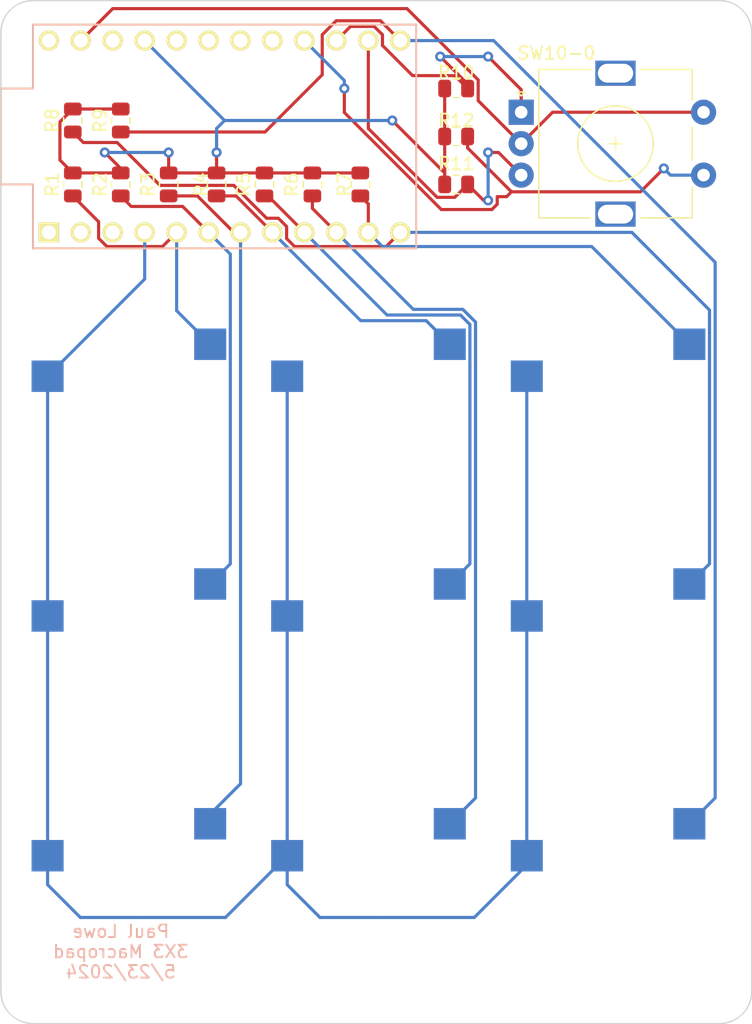
<source format=kicad_pcb>
(kicad_pcb (version 20240108) (generator "pcbnew") (generator_version "8.0")
  (layers (0 "F.Cu" signal) (31 "B.Cu" signal) (34 "B.Paste" user) (35 "F.Paste" user) (36 "B.SilkS" user "B.Silkscreen") (37 "F.SilkS" user "F.Silkscreen") (38 "B.Mask" user) (39 "F.Mask" user) (44 "Edge.Cuts" user))
  (net 0 "")
  (net 1 "Net-(SW1-Pad1)")
  (net 11 "Net-(U1-Pad14)")
  (net 12 "Net-(U1-Pad15)")
  (net 13 "Net-(U1-Pad16)")
  (net 14 "Net-(U1-Pad21)")
  (net 15 "Net-(U1-Pad23)")
  (net 16 "Net-(U1-Pad5)")
  (net 17 "Net-(U1-Pad6)")
  (net 18 "Net-(U1-Pad7)")
  (net 19 "Net-(U1-Pad8)")
  (net 20 "Net-(U1-Pad9)")
  (net 21 "Net-(U1-Pad10)")
  (net 22 "Net-(U1-Pad11)")
  (net 23 "Net-(U1-Pad12)")
  (net 24 "Net-(U1-Pad13)")
  (footprint "Resistor_SMD:R_0805_2012Metric" (layer "F.Cu") (at 133.35 72.39 90)
    (property "Reference" "R6" (at 0 -1.65 90) (layer "F.SilkS"))
    (property "Value" "10K")
    (fp_line (start -0.227064 -0.735) (end 0.227064 -0.735) (stroke (width 0.12)) (layer "F.SilkS"))
    (fp_line (start -0.227064 0.735) (end 0.227064 0.735) (stroke (width 0.12)) (layer "F.SilkS"))
    (pad "1" smd roundrect (at -0.9125 0 90) (size 1.025 1.4) (layers "F.Cu" "F.Paste" "F.Mask") (roundrect_rratio 0.243902) (net 21 "Net-(U1-Pad10)"))
    (pad "2" smd roundrect (at 0.9125 0 90) (size 1.025 1.4) (layers "F.Cu" "F.Paste" "F.Mask") (roundrect_rratio 0.243902) (net 14 "Net-(U1-Pad21)"))
  )
  (footprint "promicro:ProMicro" (layer "F.Cu") (at 126.365 68.58)
    (property "Reference" "U1" (hide yes))
    (property "Value" "ProMicro")
    (fp_line (start -17.78 -3.81) (end -15.24 -3.81) (stroke (width 0.15)) (layer "B.SilkS"))
    (fp_line (start -17.78 3.81) (end -17.78 -3.81) (stroke (width 0.15)) (layer "B.SilkS"))
    (fp_line (start -15.24 -8.89) (end 15.24 -8.89) (stroke (width 0.15)) (layer "B.SilkS"))
    (fp_line (start -15.24 -3.81) (end -15.24 -8.89) (stroke (width 0.15)) (layer "B.SilkS"))
    (fp_line (start -15.24 3.81) (end -17.78 3.81) (stroke (width 0.15)) (layer "B.SilkS"))
    (fp_line (start -15.24 8.89) (end -15.24 3.81) (stroke (width 0.15)) (layer "B.SilkS"))
    (fp_line (start 15.24 -8.89) (end 15.24 8.89) (stroke (width 0.15)) (layer "B.SilkS"))
    (fp_line (start 15.24 8.89) (end -15.24 8.89) (stroke (width 0.15)) (layer "B.SilkS"))
    (fp_line (start -17.78 -3.81) (end -15.24 -3.81) (stroke (width 0.15)) (layer "F.SilkS"))
    (fp_line (start -17.78 3.81) (end -17.78 -3.81) (stroke (width 0.15)) (layer "F.SilkS"))
    (fp_line (start -15.24 -8.89) (end 15.24 -8.89) (stroke (width 0.15)) (layer "F.SilkS"))
    (fp_line (start -15.24 -3.81) (end -15.24 -8.89) (stroke (width 0.15)) (layer "F.SilkS"))
    (fp_line (start -15.24 3.81) (end -17.78 3.81) (stroke (width 0.15)) (layer "F.SilkS"))
    (fp_line (start -15.24 8.89) (end -15.24 3.81) (stroke (width 0.15)) (layer "F.SilkS"))
    (fp_line (start -15.24 8.89) (end 15.24 8.89) (stroke (width 0.15)) (layer "F.SilkS"))
    (fp_line (start 15.24 -8.89) (end 15.24 8.89) (stroke (width 0.15)) (layer "F.SilkS"))
    (pad "1" thru_hole rect (at -13.97 7.62) (size 1.6 1.6) (drill 1.1) (layers "*.Cu" "*.Mask" "F.SilkS"))
    (pad "2" thru_hole circle (at -11.43 7.62) (size 1.6 1.6) (drill 1.1) (layers "*.Cu" "*.Mask" "F.SilkS"))
    (pad "3" thru_hole circle (at -8.89 7.62) (size 1.6 1.6) (drill 1.1) (layers "*.Cu" "*.Mask" "F.SilkS"))
    (pad "4" thru_hole circle (at -6.35 7.62) (size 1.6 1.6) (drill 1.1) (layers "*.Cu" "*.Mask" "F.SilkS") (net 1 "Net-(SW1-Pad1)"))
    (pad "5" thru_hole circle (at -3.81 7.62) (size 1.6 1.6) (drill 1.1) (layers "*.Cu" "*.Mask" "F.SilkS") (net 16 "Net-(U1-Pad5)"))
    (pad "6" thru_hole circle (at -1.27 7.62) (size 1.6 1.6) (drill 1.1) (layers "*.Cu" "*.Mask" "F.SilkS") (net 17 "Net-(U1-Pad6)"))
    (pad "7" thru_hole circle (at 1.27 7.62) (size 1.6 1.6) (drill 1.1) (layers "*.Cu" "*.Mask" "F.SilkS") (net 18 "Net-(U1-Pad7)"))
    (pad "8" thru_hole circle (at 3.81 7.62) (size 1.6 1.6) (drill 1.1) (layers "*.Cu" "*.Mask" "F.SilkS") (net 19 "Net-(U1-Pad8)"))
    (pad "9" thru_hole circle (at 6.35 7.62) (size 1.6 1.6) (drill 1.1) (layers "*.Cu" "*.Mask" "F.SilkS") (net 20 "Net-(U1-Pad9)"))
    (pad "10" thru_hole circle (at 8.89 7.62) (size 1.6 1.6) (drill 1.1) (layers "*.Cu" "*.Mask" "F.SilkS") (net 21 "Net-(U1-Pad10)"))
    (pad "11" thru_hole circle (at 11.43 7.62) (size 1.6 1.6) (drill 1.1) (layers "*.Cu" "*.Mask" "F.SilkS") (net 22 "Net-(U1-Pad11)"))
    (pad "12" thru_hole circle (at 13.97 7.62) (size 1.6 1.6) (drill 1.1) (layers "*.Cu" "*.Mask" "F.SilkS") (net 23 "Net-(U1-Pad12)"))
    (pad "13" thru_hole circle (at 13.97 -7.62) (size 1.6 1.6) (drill 1.1) (layers "*.Cu" "*.Mask" "F.SilkS") (net 24 "Net-(U1-Pad13)"))
    (pad "14" thru_hole circle (at 11.43 -7.62) (size 1.6 1.6) (drill 1.1) (layers "*.Cu" "*.Mask" "F.SilkS") (net 11 "Net-(U1-Pad14)"))
    (pad "15" thru_hole circle (at 8.89 -7.62) (size 1.6 1.6) (drill 1.1) (layers "*.Cu" "*.Mask" "F.SilkS") (net 12 "Net-(U1-Pad15)"))
    (pad "16" thru_hole circle (at 6.35 -7.62) (size 1.6 1.6) (drill 1.1) (layers "*.Cu" "*.Mask" "F.SilkS") (net 13 "Net-(U1-Pad16)"))
    (pad "17" thru_hole circle (at 3.81 -7.62) (size 1.6 1.6) (drill 1.1) (layers "*.Cu" "*.Mask" "F.SilkS"))
    (pad "18" thru_hole circle (at 1.27 -7.62) (size 1.6 1.6) (drill 1.1) (layers "*.Cu" "*.Mask" "F.SilkS"))
    (pad "19" thru_hole circle (at -1.27 -7.62) (size 1.6 1.6) (drill 1.1) (layers "*.Cu" "*.Mask" "F.SilkS"))
    (pad "20" thru_hole circle (at -3.81 -7.62) (size 1.6 1.6) (drill 1.1) (layers "*.Cu" "*.Mask" "F.SilkS"))
    (pad "21" thru_hole circle (at -6.35 -7.62) (size 1.6 1.6) (drill 1.1) (layers "*.Cu" "*.Mask" "F.SilkS") (net 14 "Net-(U1-Pad21)"))
    (pad "22" thru_hole circle (at -8.89 -7.62) (size 1.6 1.6) (drill 1.1) (layers "*.Cu" "*.Mask" "F.SilkS"))
    (pad "23" thru_hole circle (at -11.43 -7.62) (size 1.6 1.6) (drill 1.1) (layers "*.Cu" "*.Mask" "F.SilkS") (net 15 "Net-(U1-Pad23)"))
    (pad "24" thru_hole circle (at -13.97 -7.62) (size 1.6 1.6) (drill 1.1) (layers "*.Cu" "*.Mask" "F.SilkS"))
  )
  (footprint "Resistor_SMD:R_0805_2012Metric" (layer "F.Cu") (at 129.54 72.39 90)
    (property "Reference" "R5" (at 0 -1.65 90) (layer "F.SilkS"))
    (property "Value" "10K")
    (fp_line (start -0.227064 -0.735) (end 0.227064 -0.735) (stroke (width 0.12)) (layer "F.SilkS"))
    (fp_line (start -0.227064 0.735) (end 0.227064 0.735) (stroke (width 0.12)) (layer "F.SilkS"))
    (pad "1" smd roundrect (at -0.9125 0 90) (size 1.025 1.4) (layers "F.Cu" "F.Paste" "F.Mask") (roundrect_rratio 0.243902) (net 20 "Net-(U1-Pad9)"))
    (pad "2" smd roundrect (at 0.9125 0 90) (size 1.025 1.4) (layers "F.Cu" "F.Paste" "F.Mask") (roundrect_rratio 0.243902) (net 14 "Net-(U1-Pad21)"))
  )
  (footprint "Library:MXOnly-1U-Hotswap" (layer "F.Cu") (at 138.43 109.22)
    (property "Reference" "SW5")
    (property "Value" "SW_DPST_x2")
    (pad "" np_thru_hole circle (at -5.08 0 48.0996) (size 1.75 1.75) (drill 1.75) (layers "*.Cu" "*.Mask"))
    (pad "" np_thru_hole circle (at -3.81 -2.54) (size 3 3) (drill 3) (layers "*.Cu" "*.Mask"))
    (pad "" np_thru_hole circle (at 0 0) (size 3.9878 3.9878) (drill 3.9878) (layers "*.Cu" "*.Mask"))
    (pad "" np_thru_hole circle (at 2.54 -5.08) (size 3 3) (drill 3) (layers "*.Cu" "*.Mask"))
    (pad "" np_thru_hole circle (at 5.08 0 48.0996) (size 1.75 1.75) (drill 1.75) (layers "*.Cu" "*.Mask"))
    (pad "1" smd rect (at -7.085 -2.54) (size 2.55 2.5) (layers "B.Cu" "B.Paste" "B.Mask") (net 1 "Net-(SW1-Pad1)"))
    (pad "2" smd rect (at 5.842 -5.08) (size 2.55 2.5) (layers "B.Cu" "B.Paste" "B.Mask") (net 20 "Net-(U1-Pad9)"))
  )
  (footprint "Resistor_SMD:R_0805_2012Metric" (layer "F.Cu") (at 125.73 72.39 90)
    (property "Reference" "R4" (at 0 -1.22 90) (layer "F.SilkS"))
    (property "Value" "10K")
    (fp_line (start -0.227064 -0.735) (end 0.227064 -0.735) (stroke (width 0.12)) (layer "F.SilkS"))
    (fp_line (start -0.227064 0.735) (end 0.227064 0.735) (stroke (width 0.12)) (layer "F.SilkS"))
    (pad "1" smd roundrect (at -0.9125 0 90) (size 1.025 1.4) (layers "F.Cu" "F.Paste" "F.Mask") (roundrect_rratio 0.243902) (net 19 "Net-(U1-Pad8)"))
    (pad "2" smd roundrect (at 0.9125 0 90) (size 1.025 1.4) (layers "F.Cu" "F.Paste" "F.Mask") (roundrect_rratio 0.243902) (net 14 "Net-(U1-Pad21)"))
  )
  (footprint "Library:MXOnly-1U-Hotswap" (layer "F.Cu") (at 157.48 128.27)
    (property "Reference" "SW9")
    (property "Value" "SW_DPST_x2")
    (pad "" np_thru_hole circle (at -5.08 0 48.0996) (size 1.75 1.75) (drill 1.75) (layers "*.Cu" "*.Mask"))
    (pad "" np_thru_hole circle (at -3.81 -2.54) (size 3 3) (drill 3) (layers "*.Cu" "*.Mask"))
    (pad "" np_thru_hole circle (at 0 0) (size 3.9878 3.9878) (drill 3.9878) (layers "*.Cu" "*.Mask"))
    (pad "" np_thru_hole circle (at 2.54 -5.08) (size 3 3) (drill 3) (layers "*.Cu" "*.Mask"))
    (pad "" np_thru_hole circle (at 5.08 0 48.0996) (size 1.75 1.75) (drill 1.75) (layers "*.Cu" "*.Mask"))
    (pad "1" smd rect (at -7.085 -2.54) (size 2.55 2.5) (layers "B.Cu" "B.Paste" "B.Mask") (net 1 "Net-(SW1-Pad1)"))
    (pad "2" smd rect (at 5.842 -5.08) (size 2.55 2.5) (layers "B.Cu" "B.Paste" "B.Mask") (net 24 "Net-(U1-Pad13)"))
  )
  (footprint "Resistor_SMD:R_0805_2012Metric" (layer "F.Cu") (at 114.3 67.31 90)
    (property "Reference" "R8" (at 0 -1.65 90) (layer "F.SilkS"))
    (property "Value" "10K")
    (fp_line (start -0.227064 -0.735) (end 0.227064 -0.735) (stroke (width 0.12)) (layer "F.SilkS"))
    (fp_line (start -0.227064 0.735) (end 0.227064 0.735) (stroke (width 0.12)) (layer "F.SilkS"))
    (pad "1" smd roundrect (at -0.9125 0 90) (size 1.025 1.4) (layers "F.Cu" "F.Paste" "F.Mask") (roundrect_rratio 0.243902) (net 23 "Net-(U1-Pad12)"))
    (pad "2" smd roundrect (at 0.9125 0 90) (size 1.025 1.4) (layers "F.Cu" "F.Paste" "F.Mask") (roundrect_rratio 0.243902) (net 14 "Net-(U1-Pad21)"))
  )
  (footprint "Library:MXOnly-1U-Hotswap" (layer "F.Cu") (at 138.43 90.17)
    (property "Reference" "SW4")
    (property "Value" "SW_DPST_x2")
    (pad "" np_thru_hole circle (at -5.08 0 48.0996) (size 1.75 1.75) (drill 1.75) (layers "*.Cu" "*.Mask"))
    (pad "" np_thru_hole circle (at -3.81 -2.54) (size 3 3) (drill 3) (layers "*.Cu" "*.Mask"))
    (pad "" np_thru_hole circle (at 0 0) (size 3.9878 3.9878) (drill 3.9878) (layers "*.Cu" "*.Mask"))
    (pad "" np_thru_hole circle (at 2.54 -5.08) (size 3 3) (drill 3) (layers "*.Cu" "*.Mask"))
    (pad "" np_thru_hole circle (at 5.08 0 48.0996) (size 1.75 1.75) (drill 1.75) (layers "*.Cu" "*.Mask"))
    (pad "1" smd rect (at -7.085 -2.54) (size 2.55 2.5) (layers "B.Cu" "B.Paste" "B.Mask") (net 1 "Net-(SW1-Pad1)"))
    (pad "2" smd rect (at 5.842 -5.08) (size 2.55 2.5) (layers "B.Cu" "B.Paste" "B.Mask") (net 19 "Net-(U1-Pad8)"))
  )
  (footprint "Resistor_SMD:R_0805_2012Metric" (layer "F.Cu") (at 144.78 72.39)
    (property "Reference" "R11" (at 0 -1.65 0) (layer "F.SilkS"))
    (property "Value" "10K")
    (fp_line (start -0.227064 -0.735) (end 0.227064 -0.735) (stroke (width 0.12)) (layer "F.SilkS"))
    (fp_line (start -0.227064 0.735) (end 0.227064 0.735) (stroke (width 0.12)) (layer "F.SilkS"))
    (pad "1" smd roundrect (at -0.9125 0) (size 1.025 1.4) (layers "F.Cu" "F.Paste" "F.Mask") (roundrect_rratio 0.243902) (net 14 "Net-(U1-Pad21)"))
    (pad "2" smd roundrect (at 0.9125 0) (size 1.025 1.4) (layers "F.Cu" "F.Paste" "F.Mask") (roundrect_rratio 0.243902) (net 11 "Net-(U1-Pad14)"))
  )
  (footprint "Resistor_SMD:R_0805_2012Metric" (layer "F.Cu") (at 137.16 72.39 90)
    (property "Reference" "R7" (at 0 -1.27 90) (layer "F.SilkS"))
    (property "Value" "10K")
    (fp_line (start -0.227064 -0.735) (end 0.227064 -0.735) (stroke (width 0.12)) (layer "F.SilkS"))
    (fp_line (start -0.227064 0.735) (end 0.227064 0.735) (stroke (width 0.12)) (layer "F.SilkS"))
    (pad "1" smd roundrect (at -0.9125 0 90) (size 1.025 1.4) (layers "F.Cu" "F.Paste" "F.Mask") (roundrect_rratio 0.243902) (net 22 "Net-(U1-Pad11)"))
    (pad "2" smd roundrect (at 0.9125 0 90) (size 1.025 1.4) (layers "F.Cu" "F.Paste" "F.Mask") (roundrect_rratio 0.243902) (net 14 "Net-(U1-Pad21)"))
  )
  (footprint "Library:MXOnly-1U-Hotswap" (layer "F.Cu") (at 119.38 109.22)
    (property "Reference" "SW2")
    (property "Value" "SW_DPST_x2")
    (pad "" np_thru_hole circle (at -5.08 0 48.0996) (size 1.75 1.75) (drill 1.75) (layers "*.Cu" "*.Mask"))
    (pad "" np_thru_hole circle (at -3.81 -2.54) (size 3 3) (drill 3) (layers "*.Cu" "*.Mask"))
    (pad "" np_thru_hole circle (at 0 0) (size 3.9878 3.9878) (drill 3.9878) (layers "*.Cu" "*.Mask"))
    (pad "" np_thru_hole circle (at 2.54 -5.08) (size 3 3) (drill 3) (layers "*.Cu" "*.Mask"))
    (pad "" np_thru_hole circle (at 5.08 0 48.0996) (size 1.75 1.75) (drill 1.75) (layers "*.Cu" "*.Mask"))
    (pad "1" smd rect (at -7.085 -2.54) (size 2.55 2.5) (layers "B.Cu" "B.Paste" "B.Mask") (net 1 "Net-(SW1-Pad1)"))
    (pad "2" smd rect (at 5.842 -5.08) (size 2.55 2.5) (layers "B.Cu" "B.Paste" "B.Mask") (net 17 "Net-(U1-Pad6)"))
  )
  (footprint "Resistor_SMD:R_0805_2012Metric" (layer "F.Cu") (at 118.11 67.31 90)
    (property "Reference" "R9" (at 0 -1.65 90) (layer "F.SilkS"))
    (property "Value" "10K")
    (fp_line (start -0.227064 -0.735) (end 0.227064 -0.735) (stroke (width 0.12)) (layer "F.SilkS"))
    (fp_line (start -0.227064 0.735) (end 0.227064 0.735) (stroke (width 0.12)) (layer "F.SilkS"))
    (pad "1" smd roundrect (at -0.9125 0 90) (size 1.025 1.4) (layers "F.Cu" "F.Paste" "F.Mask") (roundrect_rratio 0.243902) (net 24 "Net-(U1-Pad13)"))
    (pad "2" smd roundrect (at 0.9125 0 90) (size 1.025 1.4) (layers "F.Cu" "F.Paste" "F.Mask") (roundrect_rratio 0.243902) (net 14 "Net-(U1-Pad21)"))
  )
  (footprint "Library:MXOnly-1U-Hotswap" (layer "F.Cu") (at 157.48 109.22)
    (property "Reference" "SW8")
    (property "Value" "SW_DPST_x2")
    (pad "" np_thru_hole circle (at -5.08 0 48.0996) (size 1.75 1.75) (drill 1.75) (layers "*.Cu" "*.Mask"))
    (pad "" np_thru_hole circle (at -3.81 -2.54) (size 3 3) (drill 3) (layers "*.Cu" "*.Mask"))
    (pad "" np_thru_hole circle (at 0 0) (size 3.9878 3.9878) (drill 3.9878) (layers "*.Cu" "*.Mask"))
    (pad "" np_thru_hole circle (at 2.54 -5.08) (size 3 3) (drill 3) (layers "*.Cu" "*.Mask"))
    (pad "" np_thru_hole circle (at 5.08 0 48.0996) (size 1.75 1.75) (drill 1.75) (layers "*.Cu" "*.Mask"))
    (pad "1" smd rect (at -7.085 -2.54) (size 2.55 2.5) (layers "B.Cu" "B.Paste" "B.Mask") (net 1 "Net-(SW1-Pad1)"))
    (pad "2" smd rect (at 5.842 -5.08) (size 2.55 2.5) (layers "B.Cu" "B.Paste" "B.Mask") (net 23 "Net-(U1-Pad12)"))
  )
  (footprint "Library:MXOnly-1U-Hotswap" (layer "F.Cu") (at 157.48 90.17)
    (property "Reference" "SW7")
    (property "Value" "SW_DPST_x2")
    (pad "" np_thru_hole circle (at -5.08 0 48.0996) (size 1.75 1.75) (drill 1.75) (layers "*.Cu" "*.Mask"))
    (pad "" np_thru_hole circle (at -3.81 -2.54) (size 3 3) (drill 3) (layers "*.Cu" "*.Mask"))
    (pad "" np_thru_hole circle (at 0 0) (size 3.9878 3.9878) (drill 3.9878) (layers "*.Cu" "*.Mask"))
    (pad "" np_thru_hole circle (at 2.54 -5.08) (size 3 3) (drill 3) (layers "*.Cu" "*.Mask"))
    (pad "" np_thru_hole circle (at 5.08 0 48.0996) (size 1.75 1.75) (drill 1.75) (layers "*.Cu" "*.Mask"))
    (pad "1" smd rect (at -7.085 -2.54) (size 2.55 2.5) (layers "B.Cu" "B.Paste" "B.Mask") (net 1 "Net-(SW1-Pad1)"))
    (pad "2" smd rect (at 5.842 -5.08) (size 2.55 2.5) (layers "B.Cu" "B.Paste" "B.Mask") (net 22 "Net-(U1-Pad11)"))
  )
  (footprint "Rotary_Encoder:RotaryEncoder_Alps_EC11E-Switch_Vertical_H20mm" (layer "F.Cu") (at 149.949745 66.651426)
    (property "Reference" "SW10-0" (at 2.8 -4.7 0) (layer "F.SilkS"))
    (property "Value" "RotaryEncoder_Switch")
    (fp_line (start -0.3 -1.6) (end 0.3 -1.6) (stroke (width 0.12)) (layer "F.SilkS"))
    (fp_line (start 0 -1.3) (end -0.3 -1.6) (stroke (width 0.12)) (layer "F.SilkS"))
    (fp_line (start 0.3 -1.6) (end 0 -1.3) (stroke (width 0.12)) (layer "F.SilkS"))
    (fp_line (start 1.4 -3.4) (end 1.4 8.4) (stroke (width 0.12)) (layer "F.SilkS"))
    (fp_line (start 5.5 -3.4) (end 1.4 -3.4) (stroke (width 0.12)) (layer "F.SilkS"))
    (fp_line (start 5.5 8.4) (end 1.4 8.4) (stroke (width 0.12)) (layer "F.SilkS"))
    (fp_line (start 7 2.5) (end 8 2.5) (stroke (width 0.12)) (layer "F.SilkS"))
    (fp_line (start 7.5 2) (end 7.5 3) (stroke (width 0.12)) (layer "F.SilkS"))
    (fp_line (start 9.5 -3.4) (end 13.6 -3.4) (stroke (width 0.12)) (layer "F.SilkS"))
    (fp_line (start 13.6 -3.4) (end 13.6 -1) (stroke (width 0.12)) (layer "F.SilkS"))
    (fp_line (start 13.6 1.2) (end 13.6 3.8) (stroke (width 0.12)) (layer "F.SilkS"))
    (fp_line (start 13.6 6) (end 13.6 8.4) (stroke (width 0.12)) (layer "F.SilkS"))
    (fp_line (start 13.6 8.4) (end 9.5 8.4) (stroke (width 0.12)) (layer "F.SilkS"))
    (fp_circle (center 7.5 2.5) (end 10.5 2.5) (stroke (width 0.12)) (fill none) (layer "F.SilkS"))
    (pad "A" thru_hole rect (at 0 0) (size 2 2) (drill 1) (layers "*.Cu" "*.Mask") (net 12 "Net-(U1-Pad15)"))
    (pad "B" thru_hole circle (at 0 5) (size 2 2) (drill 1) (layers "*.Cu" "*.Mask") (net 11 "Net-(U1-Pad14)"))
    (pad "C" thru_hole circle (at 0 2.5) (size 2 2) (drill 1) (layers "*.Cu" "*.Mask") (net 15 "Net-(U1-Pad23)"))
    (pad "MP" thru_hole rect (at 7.5 -3.1) (size 3.2 2) (drill oval 2.8 1.5) (layers "*.Cu" "*.Mask"))
    (pad "MP" thru_hole rect (at 7.5 8.1) (size 3.2 2) (drill oval 2.8 1.5) (layers "*.Cu" "*.Mask"))
    (pad "S1" thru_hole circle (at 14.5 5) (size 2 2) (drill 1) (layers "*.Cu" "*.Mask") (net 13 "Net-(U1-Pad16)"))
    (pad "S2" thru_hole circle (at 14.5 0) (size 2 2) (drill 1) (layers "*.Cu" "*.Mask") (net 15 "Net-(U1-Pad23)"))
  )
  (footprint "Resistor_SMD:R_0805_2012Metric" (layer "F.Cu") (at 118.11 72.39 90)
    (property "Reference" "R2" (at 0 -1.65 90) (layer "F.SilkS"))
    (property "Value" "10K")
    (fp_line (start -0.227064 -0.735) (end 0.227064 -0.735) (stroke (width 0.12)) (layer "F.SilkS"))
    (fp_line (start -0.227064 0.735) (end 0.227064 0.735) (stroke (width 0.12)) (layer "F.SilkS"))
    (pad "1" smd roundrect (at -0.9125 0 90) (size 1.025 1.4) (layers "F.Cu" "F.Paste" "F.Mask") (roundrect_rratio 0.243902) (net 17 "Net-(U1-Pad6)"))
    (pad "2" smd roundrect (at 0.9125 0 90) (size 1.025 1.4) (layers "F.Cu" "F.Paste" "F.Mask") (roundrect_rratio 0.243902) (net 14 "Net-(U1-Pad21)"))
  )
  (footprint "MX_Only:MXOnly-1U-Hotswap" (layer "F.Cu") (at 119.38 90.17)
    (property "Reference" "SW1")
    (property "Value" "SW_DPST_x2")
    (pad "" np_thru_hole circle (at -5.08 0 48.0996) (size 1.75 1.75) (drill 1.75) (layers "*.Cu" "*.Mask"))
    (pad "" np_thru_hole circle (at -3.81 -2.54) (size 3 3) (drill 3) (layers "*.Cu" "*.Mask"))
    (pad "" np_thru_hole circle (at 0 0) (size 3.9878 3.9878) (drill 3.9878) (layers "*.Cu" "*.Mask"))
    (pad "" np_thru_hole circle (at 2.54 -5.08) (size 3 3) (drill 3) (layers "*.Cu" "*.Mask"))
    (pad "" np_thru_hole circle (at 5.08 0 48.0996) (size 1.75 1.75) (drill 1.75) (layers "*.Cu" "*.Mask"))
    (pad "1" smd rect (at -7.085 -2.54) (size 2.55 2.5) (layers "B.Cu" "B.Paste" "B.Mask") (net 1 "Net-(SW1-Pad1)"))
    (pad "2" smd rect (at 5.842 -5.08) (size 2.55 2.5) (layers "B.Cu" "B.Paste" "B.Mask") (net 16 "Net-(U1-Pad5)"))
  )
  (footprint "Resistor_SMD:R_0805_2012Metric" (layer "F.Cu") (at 114.3 72.39 90)
    (property "Reference" "R1" (at 0 -1.65 90) (layer "F.SilkS"))
    (property "Value" "10K")
    (fp_line (start -0.227064 -0.735) (end 0.227064 -0.735) (stroke (width 0.12)) (layer "F.SilkS"))
    (fp_line (start -0.227064 0.735) (end 0.227064 0.735) (stroke (width 0.12)) (layer "F.SilkS"))
    (pad "1" smd roundrect (at -0.9125 0 90) (size 1.025 1.4) (layers "F.Cu" "F.Paste" "F.Mask") (roundrect_rratio 0.243902) (net 16 "Net-(U1-Pad5)"))
    (pad "2" smd roundrect (at 0.9125 0 90) (size 1.025 1.4) (layers "F.Cu" "F.Paste" "F.Mask") (roundrect_rratio 0.243902) (net 14 "Net-(U1-Pad21)"))
  )
  (footprint "Resistor_SMD:R_0805_2012Metric" (layer "F.Cu") (at 121.92 72.39 90)
    (property "Reference" "R3" (at 0 -1.65 90) (layer "F.SilkS"))
    (property "Value" "10K")
    (fp_line (start -0.227064 -0.735) (end 0.227064 -0.735) (stroke (width 0.12)) (layer "F.SilkS"))
    (fp_line (start -0.227064 0.735) (end 0.227064 0.735) (stroke (width 0.12)) (layer "F.SilkS"))
    (pad "1" smd roundrect (at -0.9125 0 90) (size 1.025 1.4) (layers "F.Cu" "F.Paste" "F.Mask") (roundrect_rratio 0.243902) (net 18 "Net-(U1-Pad7)"))
    (pad "2" smd roundrect (at 0.9125 0 90) (size 1.025 1.4) (layers "F.Cu" "F.Paste" "F.Mask") (roundrect_rratio 0.243902) (net 14 "Net-(U1-Pad21)"))
  )
  (footprint "Library:MXOnly-1U-Hotswap" (layer "F.Cu") (at 138.43 128.27)
    (property "Reference" "SW6")
    (property "Value" "SW_DPST_x2")
    (pad "" np_thru_hole circle (at -5.08 0 48.0996) (size 1.75 1.75) (drill 1.75) (layers "*.Cu" "*.Mask"))
    (pad "" np_thru_hole circle (at -3.81 -2.54) (size 3 3) (drill 3) (layers "*.Cu" "*.Mask"))
    (pad "" np_thru_hole circle (at 0 0) (size 3.9878 3.9878) (drill 3.9878) (layers "*.Cu" "*.Mask"))
    (pad "" np_thru_hole circle (at 2.54 -5.08) (size 3 3) (drill 3) (layers "*.Cu" "*.Mask"))
    (pad "" np_thru_hole circle (at 5.08 0 48.0996) (size 1.75 1.75) (drill 1.75) (layers "*.Cu" "*.Mask"))
    (pad "1" smd rect (at -7.085 -2.54) (size 2.55 2.5) (layers "B.Cu" "B.Paste" "B.Mask") (net 1 "Net-(SW1-Pad1)"))
    (pad "2" smd rect (at 5.842 -5.08) (size 2.55 2.5) (layers "B.Cu" "B.Paste" "B.Mask") (net 21 "Net-(U1-Pad10)"))
  )
  (footprint "Library:MXOnly-1U-Hotswap" (layer "F.Cu") (at 119.38 128.27)
    (property "Reference" "SW3")
    (property "Value" "SW_DPST_x2")
    (pad "" np_thru_hole circle (at -5.08 0 48.0996) (size 1.75 1.75) (drill 1.75) (layers "*.Cu" "*.Mask"))
    (pad "" np_thru_hole circle (at -3.81 -2.54) (size 3 3) (drill 3) (layers "*.Cu" "*.Mask"))
    (pad "" np_thru_hole circle (at 0 0) (size 3.9878 3.9878) (drill 3.9878) (layers "*.Cu" "*.Mask"))
    (pad "" np_thru_hole circle (at 2.54 -5.08) (size 3 3) (drill 3) (layers "*.Cu" "*.Mask"))
    (pad "" np_thru_hole circle (at 5.08 0 48.0996) (size 1.75 1.75) (drill 1.75) (layers "*.Cu" "*.Mask"))
    (pad "1" smd rect (at -7.085 -2.54) (size 2.55 2.5) (layers "B.Cu" "B.Paste" "B.Mask") (net 1 "Net-(SW1-Pad1)"))
    (pad "2" smd rect (at 5.842 -5.08) (size 2.55 2.5) (layers "B.Cu" "B.Paste" "B.Mask") (net 18 "Net-(U1-Pad7)"))
  )
  (footprint "Resistor_SMD:R_0805_2012Metric" (layer "F.Cu") (at 144.78 64.77)
    (property "Reference" "R10" (at 0 -1.27 180) (layer "F.SilkS"))
    (property "Value" "10K")
    (fp_line (start -0.227064 -0.735) (end 0.227064 -0.735) (stroke (width 0.12)) (layer "F.SilkS"))
    (fp_line (start -0.227064 0.735) (end 0.227064 0.735) (stroke (width 0.12)) (layer "F.SilkS"))
    (pad "1" smd roundrect (at -0.9125 0) (size 1.025 1.4) (layers "F.Cu" "F.Paste" "F.Mask") (roundrect_rratio 0.243902) (net 14 "Net-(U1-Pad21)"))
    (pad "2" smd roundrect (at 0.9125 0) (size 1.025 1.4) (layers "F.Cu" "F.Paste" "F.Mask") (roundrect_rratio 0.243902) (net 12 "Net-(U1-Pad15)"))
  )
  (footprint "Resistor_SMD:R_0805_2012Metric" (layer "F.Cu") (at 144.78 68.58 180)
    (property "Reference" "R12" (at 0 1.27 0) (layer "F.SilkS"))
    (property "Value" "10K")
    (fp_line (start -0.227064 0.735) (end 0.227064 0.735) (stroke (width 0.12)) (layer "F.SilkS"))
    (fp_line (start -0.227064 -0.735) (end 0.227064 -0.735) (stroke (width 0.12)) (layer "F.SilkS"))
    (pad "1" smd roundrect (at -0.9125 0 180) (size 1.025 1.4) (layers "F.Cu" "F.Paste" "F.Mask") (roundrect_rratio 0.243902) (net 13 "Net-(U1-Pad16)"))
    (pad "2" smd roundrect (at 0.9125 0 180) (size 1.025 1.4) (layers "F.Cu" "F.Paste" "F.Mask") (roundrect_rratio 0.243902) (net 14 "Net-(U1-Pad21)"))
  )
  (gr_line (start 168.275 136.525) (end 168.275 60.325) (stroke (width 0.1)) (layer "Edge.Cuts"))
  (gr_arc (start 111.125 139.065) (mid 109.328949 138.321051) (end 108.585 136.525) (stroke (width 0.1)) (layer "Edge.Cuts"))
  (gr_line (start 165.735 57.785) (end 111.125 57.785) (stroke (width 0.1)) (layer "Edge.Cuts"))
  (gr_line (start 111.125 139.065) (end 165.735 139.065) (stroke (width 0.1)) (layer "Edge.Cuts"))
  (gr_arc (start 165.735 57.785) (mid 167.531051 58.528949) (end 168.275 60.325) (stroke (width 0.1)) (layer "Edge.Cuts"))
  (gr_arc (start 168.275 136.525) (mid 167.531051 138.321051) (end 165.735 139.065) (stroke (width 0.1)) (layer "Edge.Cuts"))
  (gr_line (start 108.585 60.325) (end 108.585 136.525) (stroke (width 0.1)) (layer "Edge.Cuts"))
  (gr_arc (start 108.585 60.325) (mid 109.328949 58.528949) (end 111.125 57.785) (stroke (width 0.1)) (layer "Edge.Cuts"))
  (gr_text "Paul Lowe\n3X3 Macropad\n5/23/2024\n" (at 118.11 133.35 0) (layer "B.SilkS") (effects (font (size 1 1)) (justify mirror)))
  (segment (start 112.295 125.73) (end 112.295 128.032091) (width 0.25) (layer "B.Cu") (net 1))
  (segment (start 114.90133 130.638421) (end 126.436579 130.638421) (width 0.25) (layer "B.Cu") (net 1))
  (segment (start 133.95133 130.638421) (end 146.221579 130.638421) (width 0.25) (layer "B.Cu") (net 1))
  (segment (start 151.13 125.73) (end 150.395 125.73) (width 0.25) (layer "B.Cu") (net 1))
  (segment (start 112.295 87.63) (end 112.295 106.68) (width 0.25) (layer "B.Cu") (net 1))
  (segment (start 120.015 76.2) (end 120.015 79.91) (width 0.25) (layer "B.Cu") (net 1))
  (segment (start 120.015 79.91) (end 112.295 87.63) (width 0.25) (layer "B.Cu") (net 1))
  (segment (start 131.345 106.68) (end 131.345 125.73) (width 0.25) (layer "B.Cu") (net 1))
  (segment (start 131.345 125.73) (end 131.345 128.032091) (width 0.25) (layer "B.Cu") (net 1))
  (segment (start 112.295 106.68) (end 112.295 125.73) (width 0.25) (layer "B.Cu") (net 1))
  (segment (start 150.395 87.63) (end 150.395 106.68) (width 0.25) (layer "B.Cu") (net 1))
  (segment (start 126.436579 130.638421) (end 131.345 125.73) (width 0.25) (layer "B.Cu") (net 1))
  (segment (start 131.345 128.032091) (end 133.95133 130.638421) (width 0.25) (layer "B.Cu") (net 1))
  (segment (start 112.295 128.032091) (end 114.90133 130.638421) (width 0.25) (layer "B.Cu") (net 1))
  (segment (start 146.221579 130.638421) (end 151.13 125.73) (width 0.25) (layer "B.Cu") (net 1))
  (segment (start 131.345 87.63) (end 131.345 106.68) (width 0.25) (layer "B.Cu") (net 1))
  (segment (start 150.395 125.73) (end 150.395 106.68) (width 0.25) (layer "B.Cu") (net 1))
  (segment (start 137.795 67.945) (end 137.795 60.96) (width 0.25) (layer "F.Cu") (net 11))
  (segment (start 143.26452 73.41452) (end 137.795 67.945) (width 0.25) (layer "F.Cu") (net 11))
  (segment (start 144.66798 73.41452) (end 143.26452 73.41452) (width 0.25) (layer "F.Cu") (net 11))
  (segment (start 147.32 73.66) (end 146.9625 73.66) (width 0.25) (layer "F.Cu") (net 11))
  (segment (start 146.9625 73.66) (end 145.6925 72.39) (width 0.25) (layer "F.Cu") (net 11))
  (segment (start 145.6925 72.39) (end 144.66798 73.41452) (width 0.25) (layer "F.Cu") (net 11))
  (segment (start 148.148319 69.85) (end 147.32 69.85) (width 0.25) (layer "F.Cu") (net 11))
  (segment (start 149.949745 71.651426) (end 148.148319 69.85) (width 0.25) (layer "F.Cu") (net 11))
  (via (at 147.32 73.66) (size 0.8) (drill 0.4) (layers "F.Cu" "B.Cu") (net 11))
  (via (at 147.32 69.85) (size 0.8) (drill 0.4) (layers "F.Cu" "B.Cu") (net 11))
  (segment (start 147.32 69.85) (end 147.32 73.66) (width 0.25) (layer "B.Cu") (net 11))
  (segment (start 149.949745 64.859745) (end 147.32 62.23) (width 0.25) (layer "F.Cu") (net 12))
  (segment (start 138.260789 59.835489) (end 138.919511 60.494211) (width 0.25) (layer "F.Cu") (net 12))
  (segment (start 138.919511 60.494211) (end 138.919511 61.347004) (width 0.25) (layer "F.Cu") (net 12))
  (segment (start 144.66798 63.74548) (end 145.6925 64.77) (width 0.25) (layer "F.Cu") (net 12))
  (segment (start 145.6925 64.4125) (end 145.6925 64.77) (width 0.25) (layer "F.Cu") (net 12))
  (segment (start 143.51 62.23) (end 145.6925 64.4125) (width 0.25) (layer "F.Cu") (net 12))
  (segment (start 138.919511 61.347004) (end 141.317987 63.74548) (width 0.25) (layer "F.Cu") (net 12))
  (segment (start 149.949745 66.651426) (end 149.949745 64.859745) (width 0.25) (layer "F.Cu") (net 12))
  (segment (start 136.379511 59.835489) (end 138.260789 59.835489) (width 0.25) (layer "F.Cu") (net 12))
  (segment (start 141.317987 63.74548) (end 144.66798 63.74548) (width 0.25) (layer "F.Cu") (net 12))
  (segment (start 145.7325 64.81) (end 145.6925 64.77) (width 0.25) (layer "F.Cu") (net 12))
  (segment (start 135.255 60.96) (end 136.379511 59.835489) (width 0.25) (layer "F.Cu") (net 12))
  (via (at 143.51 62.23) (size 0.8) (drill 0.4) (layers "F.Cu" "B.Cu") (net 12))
  (via (at 147.32 62.23) (size 0.8) (drill 0.4) (layers "F.Cu" "B.Cu") (net 12))
  (segment (start 147.32 62.23) (end 143.51 62.23) (width 0.25) (layer "B.Cu") (net 12))
  (segment (start 148.044511 73.359897) (end 148.791977 73.359897) (width 0.25) (layer "F.Cu") (net 13))
  (segment (start 147.620103 74.384511) (end 143.598794 74.384511) (width 0.25) (layer "F.Cu") (net 13))
  (segment (start 145.6925 69.4925) (end 145.6925 68.58) (width 0.25) (layer "F.Cu") (net 13))
  (segment (start 159.434063 72.975937) (end 149.175937 72.975937) (width 0.25) (layer "F.Cu") (net 13))
  (segment (start 148.044511 73.960103) (end 147.620103 74.384511) (width 0.25) (layer "F.Cu") (net 13))
  (segment (start 148.044511 73.359897) (end 148.044511 73.960103) (width 0.25) (layer "F.Cu") (net 13))
  (segment (start 148.791977 73.359897) (end 149.175937 72.975937) (width 0.25) (layer "F.Cu") (net 13))
  (segment (start 149.175937 72.975937) (end 145.6925 69.4925) (width 0.25) (layer "F.Cu") (net 13))
  (segment (start 161.29 71.12) (end 159.434063 72.975937) (width 0.25) (layer "F.Cu") (net 13))
  (segment (start 143.598794 74.384511) (end 135.89 66.675717) (width 0.25) (layer "F.Cu") (net 13))
  (segment (start 135.89 66.675717) (end 135.89 64.77) (width 0.25) (layer "F.Cu") (net 13))
  (via (at 161.29 71.12) (size 0.8) (drill 0.4) (layers "F.Cu" "B.Cu") (net 13))
  (via (at 135.89 64.77) (size 0.8) (drill 0.4) (layers "F.Cu" "B.Cu") (net 13))
  (segment (start 135.89 64.77) (end 135.89 64.135) (width 0.25) (layer "B.Cu") (net 13))
  (segment (start 164.449745 71.651426) (end 161.821426 71.651426) (width 0.25) (layer "B.Cu") (net 13))
  (segment (start 161.821426 71.651426) (end 161.29 71.12) (width 0.25) (layer "B.Cu") (net 13))
  (segment (start 135.89 64.135) (end 132.715 60.96) (width 0.25) (layer "B.Cu") (net 13))
  (segment (start 143.8675 72.39) (end 143.8675 71.4775) (width 0.25) (layer "F.Cu") (net 14))
  (segment (start 121.92 71.4775) (end 125.73 71.4775) (width 0.25) (layer "F.Cu") (net 14))
  (segment (start 113.27548 67.42202) (end 113.27548 70.45298) (width 0.25) (layer "F.Cu") (net 14))
  (segment (start 125.73 69.85) (end 125.73 71.4775) (width 0.25) (layer "F.Cu") (net 14))
  (segment (start 114.3 66.3975) (end 118.11 66.3975) (width 0.25) (layer "F.Cu") (net 14))
  (segment (start 129.54 71.4775) (end 133.35 71.4775) (width 0.25) (layer "F.Cu") (net 14))
  (segment (start 125.73 71.4775) (end 129.54 71.4775) (width 0.25) (layer "F.Cu") (net 14))
  (segment (start 114.3 71.4775) (end 118.11 71.4775) (width 0.25) (layer "F.Cu") (net 14))
  (segment (start 113.27548 70.45298) (end 114.3 71.4775) (width 0.25) (layer "F.Cu") (net 14))
  (segment (start 118.11 71.12) (end 116.84 69.85) (width 0.25) (layer "F.Cu") (net 14))
  (segment (start 143.8675 64.77) (end 143.8675 68.58) (width 0.25) (layer "F.Cu") (net 14))
  (segment (start 121.92 69.85) (end 121.92 71.4775) (width 0.25) (layer "F.Cu") (net 14))
  (segment (start 133.35 71.4775) (end 137.16 71.4775) (width 0.25) (layer "F.Cu") (net 14))
  (segment (start 143.8675 71.4775) (end 139.7 67.31) (width 0.25) (layer "F.Cu") (net 14))
  (segment (start 143.8675 68.58) (end 143.8675 72.39) (width 0.25) (layer "F.Cu") (net 14))
  (segment (start 114.3 66.3975) (end 113.27548 67.42202) (width 0.25) (layer "F.Cu") (net 14))
  (segment (start 118.11 71.4775) (end 118.11 71.12) (width 0.25) (layer "F.Cu") (net 14))
  (via (at 139.7 67.31) (size 0.8) (drill 0.4) (layers "F.Cu" "B.Cu") (net 14))
  (via (at 121.92 69.85) (size 0.8) (drill 0.4) (layers "F.Cu" "B.Cu") (net 14))
  (via (at 125.73 69.85) (size 0.8) (drill 0.4) (layers "F.Cu" "B.Cu") (net 14))
  (via (at 116.84 69.85) (size 0.8) (drill 0.4) (layers "F.Cu" "B.Cu") (net 14))
  (segment (start 126.365 67.31) (end 125.73 67.945) (width 0.25) (layer "B.Cu") (net 14))
  (segment (start 125.73 67.945) (end 125.73 69.85) (width 0.25) (layer "B.Cu") (net 14))
  (segment (start 126.365 67.31) (end 120.015 60.96) (width 0.25) (layer "B.Cu") (net 14))
  (segment (start 139.7 67.31) (end 126.365 67.31) (width 0.25) (layer "B.Cu") (net 14))
  (segment (start 116.84 69.85) (end 121.92 69.85) (width 0.25) (layer "B.Cu") (net 14))
  (segment (start 117.475 58.42) (end 114.935 60.96) (width 0.25) (layer "F.Cu") (net 15))
  (segment (start 140.867493 58.42) (end 117.475 58.42) (width 0.25) (layer "F.Cu") (net 15))
  (segment (start 152.449745 66.651426) (end 149.949745 69.151426) (width 0.25) (layer "F.Cu") (net 15))
  (segment (start 146.52952 65.731201) (end 146.52952 64.082027) (width 0.25) (layer "F.Cu") (net 15))
  (segment (start 146.52952 64.082027) (end 140.867493 58.42) (width 0.25) (layer "F.Cu") (net 15))
  (segment (start 164.449745 66.651426) (end 152.449745 66.651426) (width 0.25) (layer "F.Cu") (net 15))
  (segment (start 149.949745 69.151426) (end 146.52952 65.731201) (width 0.25) (layer "F.Cu") (net 15))
  (segment (start 114.3 73.3025) (end 116.350489 75.352989) (width 0.25) (layer "F.Cu") (net 16))
  (segment (start 121.430489 77.324511) (end 122.555 76.2) (width 0.25) (layer "F.Cu") (net 16))
  (segment (start 117.009211 77.324511) (end 121.430489 77.324511) (width 0.25) (layer "F.Cu") (net 16))
  (segment (start 116.350489 75.352989) (end 116.350489 76.665789) (width 0.25) (layer "F.Cu") (net 16))
  (segment (start 116.350489 76.665789) (end 117.009211 77.324511) (width 0.25) (layer "F.Cu") (net 16))
  (segment (start 122.555 76.2) (end 122.555 82.423) (width 0.25) (layer "B.Cu") (net 16))
  (segment (start 122.555 82.423) (end 125.222 85.09) (width 0.25) (layer "B.Cu") (net 16))
  (segment (start 118.94702 74.13952) (end 123.03452 74.13952) (width 0.25) (layer "F.Cu") (net 17))
  (segment (start 118.11 73.3025) (end 118.94702 74.13952) (width 0.25) (layer "F.Cu") (net 17))
  (segment (start 123.03452 74.13952) (end 125.095 76.2) (width 0.25) (layer "F.Cu") (net 17))
  (segment (start 126.821511 77.926511) (end 126.821511 102.540489) (width 0.25) (layer "B.Cu") (net 17))
  (segment (start 125.095 76.2) (end 126.821511 77.926511) (width 0.25) (layer "B.Cu") (net 17))
  (segment (start 126.821511 102.540489) (end 125.222 104.14) (width 0.25) (layer "B.Cu") (net 17))
  (segment (start 124.205007 73.3025) (end 127.102507 76.2) (width 0.25) (layer "F.Cu") (net 18))
  (segment (start 127.102507 76.2) (end 127.635 76.2) (width 0.25) (layer "F.Cu") (net 18))
  (segment (start 121.92 73.3025) (end 124.205007 73.3025) (width 0.25) (layer "F.Cu") (net 18))
  (segment (start 127.635 76.2) (end 127.635 120.015) (width 0.25) (layer "B.Cu") (net 18))
  (segment (start 125.222 122.428) (end 125.222 123.19) (width 0.25) (layer "B.Cu") (net 18))
  (segment (start 127.635 120.015) (end 125.222 122.428) (width 0.25) (layer "B.Cu") (net 18))
  (segment (start 127.2775 73.3025) (end 130.175 76.2) (width 0.25) (layer "F.Cu") (net 19))
  (segment (start 125.73 73.3025) (end 127.2775 73.3025) (width 0.25) (layer "F.Cu") (net 19))
  (segment (start 137.190479 83.215479) (end 142.397479 83.215479) (width 0.25) (layer "B.Cu") (net 19))
  (segment (start 130.175 76.2) (end 137.190479 83.215479) (width 0.25) (layer "B.Cu") (net 19))
  (segment (start 142.397479 83.215479) (end 144.272 85.09) (width 0.25) (layer "B.Cu") (net 19))
  (segment (start 129.54 73.3025) (end 129.8175 73.3025) (width 0.25) (layer "F.Cu") (net 20))
  (segment (start 129.8175 73.3025) (end 132.715 76.2) (width 0.25) (layer "F.Cu") (net 20))
  (segment (start 132.715 76.2) (end 139.280959 82.765959) (width 0.25) (layer "B.Cu") (net 20))
  (segment (start 145.121981 82.765959) (end 145.871511 83.515489) (width 0.25) (layer "B.Cu") (net 20))
  (segment (start 145.871511 83.515489) (end 145.871511 102.540489) (width 0.25) (layer "B.Cu") (net 20))
  (segment (start 145.871511 102.540489) (end 144.272 104.14) (width 0.25) (layer "B.Cu") (net 20))
  (segment (start 139.280959 82.765959) (end 145.121981 82.765959) (width 0.25) (layer "B.Cu") (net 20))
  (segment (start 133.35 73.3025) (end 133.35 74.295) (width 0.25) (layer "F.Cu") (net 21))
  (segment (start 133.35 74.295) (end 135.255 76.2) (width 0.25) (layer "F.Cu") (net 21))
  (segment (start 146.321031 83.329292) (end 146.321031 121.140969) (width 0.25) (layer "B.Cu") (net 21))
  (segment (start 145.308179 82.316439) (end 146.321031 83.329292) (width 0.25) (layer "B.Cu") (net 21))
  (segment (start 146.321031 121.140969) (end 144.272 123.19) (width 0.25) (layer "B.Cu") (net 21))
  (segment (start 135.255 76.2) (end 141.371439 82.316439) (width 0.25) (layer "B.Cu") (net 21))
  (segment (start 141.371439 82.316439) (end 145.308179 82.316439) (width 0.25) (layer "B.Cu") (net 21))
  (segment (start 137.16 73.3025) (end 137.795 73.9375) (width 0.25) (layer "F.Cu") (net 22))
  (segment (start 137.795 73.9375) (end 137.795 76.2) (width 0.25) (layer "F.Cu") (net 22))
  (segment (start 137.795 76.2) (end 138.919511 77.324511) (width 0.25) (layer "B.Cu") (net 22))
  (segment (start 155.556511 77.324511) (end 163.322 85.09) (width 0.25) (layer "B.Cu") (net 22))
  (segment (start 138.919511 77.324511) (end 155.556511 77.324511) (width 0.25) (layer "B.Cu") (net 22))
  (segment (start 115.13702 69.05952) (end 117.826067 69.05952) (width 0.25) (layer "F.Cu") (net 23))
  (segment (start 131.299511 76.689511) (end 131.934511 77.324511) (width 0.25) (layer "F.Cu") (net 23))
  (segment (start 129.709211 75.075489) (end 130.640789 75.075489) (width 0.25) (layer "F.Cu") (net 23))
  (segment (start 130.640789 75.075489) (end 131.299511 75.734211) (width 0.25) (layer "F.Cu") (net 23))
  (segment (start 131.934511 77.324511) (end 139.210489 77.324511) (width 0.25) (layer "F.Cu") (net 23))
  (segment (start 139.210489 77.324511) (end 140.335 76.2) (width 0.25) (layer "F.Cu") (net 23))
  (segment (start 117.826067 69.05952) (end 121.232027 72.46548) (width 0.25) (layer "F.Cu") (net 23))
  (segment (start 121.232027 72.46548) (end 127.099202 72.46548) (width 0.25) (layer "F.Cu") (net 23))
  (segment (start 114.3 68.2225) (end 115.13702 69.05952) (width 0.25) (layer "F.Cu") (net 23))
  (segment (start 131.299511 75.734211) (end 131.299511 76.689511) (width 0.25) (layer "F.Cu") (net 23))
  (segment (start 127.099202 72.46548) (end 129.709211 75.075489) (width 0.25) (layer "F.Cu") (net 23))
  (segment (start 164.921511 82.371511) (end 164.921511 102.540489) (width 0.25) (layer "B.Cu") (net 23))
  (segment (start 158.75 76.2) (end 164.921511 82.371511) (width 0.25) (layer "B.Cu") (net 23))
  (segment (start 164.921511 102.540489) (end 163.322 104.14) (width 0.25) (layer "B.Cu") (net 23))
  (segment (start 140.335 76.2) (end 158.75 76.2) (width 0.25) (layer "B.Cu") (net 23))
  (segment (start 135.238731 59.385969) (end 138.760969 59.385969) (width 0.25) (layer "F.Cu") (net 24))
  (segment (start 129.5828 68.2225) (end 134.130489 63.674811) (width 0.25) (layer "F.Cu") (net 24))
  (segment (start 138.760969 59.385969) (end 140.335 60.96) (width 0.25) (layer "F.Cu") (net 24))
  (segment (start 134.130489 60.494211) (end 135.238731 59.385969) (width 0.25) (layer "F.Cu") (net 24))
  (segment (start 118.11 68.2225) (end 129.5828 68.2225) (width 0.25) (layer "F.Cu") (net 24))
  (segment (start 134.130489 63.674811) (end 134.130489 60.494211) (width 0.25) (layer "F.Cu") (net 24))
  (segment (start 165.371031 121.140969) (end 163.322 123.19) (width 0.25) (layer "B.Cu") (net 24))
  (segment (start 165.371031 78.572009) (end 165.371031 121.140969) (width 0.25) (layer "B.Cu") (net 24))
  (segment (start 147.759022 60.96) (end 165.371031 78.572009) (width 0.25) (layer "B.Cu") (net 24))
  (segment (start 140.335 60.96) (end 147.759022 60.96) (width 0.25) (layer "B.Cu") (net 24))
)
</source>
